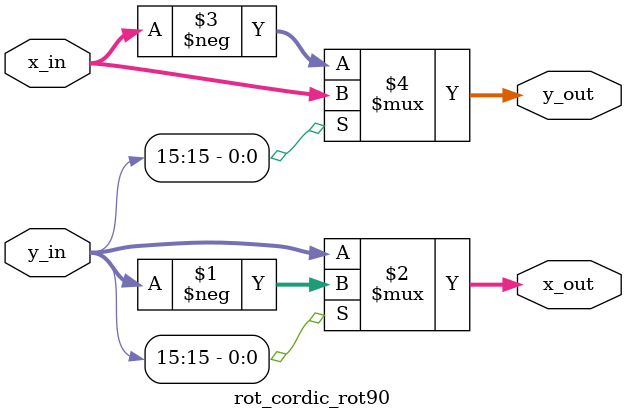
<source format=v>
module rot_cordic_rot90
#(
  parameter WIDTH = 16    // Counter width
)
(
  input signed [WIDTH-1 : 0] x_in,
  input signed [WIDTH-1 : 0] y_in,
  output       [WIDTH-1 : 0] x_out,
  output       [WIDTH-1 : 0] y_out
);
  assign x_out = (y_in[WIDTH-1])? (-y_in) : y_in;
  assign y_out = (y_in[WIDTH-1])? (x_in) : (-x_in);
endmodule

</source>
